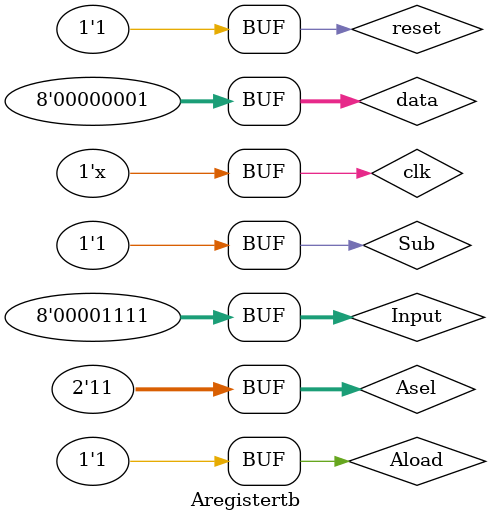
<source format=v>
module Aregistertb();

reg [7:0]data, Input;
reg [1:0]Asel;
reg clk, reset;
reg Aload, Sub;
wire [7:0] Output;
wire Aeq0, Apos;
wire [7:0] Q_addsub;
wire [7:0] Q_A, D_A;
//integer i;

Aregister Aregistertb( data, Input, Asel, Aload, clk, reset, Sub, Aeq0, Apos, Output, Q_A, Q_addsub, D_A);



initial begin 
clk = 0;
reset = 1;
data = 8'b000000001;
Input = 8'b00000011;



#2 Asel = 2'b01; Aload= 0;
#2 Asel = 2'b01; Aload= 1;
#2 Asel = 2'b01;Aload= 1; Sub = 1;
#2 Asel = 2'b01; Aload= 1; Sub = 0;

#2 Input = 8'b00001111;
#2 Asel = 2'b01; Aload= 1; Sub = 1;
#2 Asel = 2'b01; Aload= 1; Sub = 0;

#2 Asel = 2'b00; Aload= 0;
#2 Asel = 2'b00; Aload= 1; Sub = 1;
#2 Asel = 2'b00; Aload= 1; Sub = 0;


 
#2 Asel = 2'b10; Aload= 0;
#2 Asel = 2'b10; Aload= 1; Sub = 1;
#2 Asel = 2'b10; Aload= 1; Sub = 1;  

#2 Asel = 2'b11; Aload= 0;
#2 Asel = 2'b11; Aload= 1; Sub = 1;
#2 Asel = 2'b11; Aload= 1; Sub = 1;
 end 
 
 initial begin 
   $display ("input:       data:         Asel:        Sub:         D_A:       Q_addsub       q_A      Aload     Apos    Aeq0");
   $monitor ("%d          %d         %b         %b       %d           %d       	%b         %d   %d      %d"
   ,Input, data, Asel, Sub,D_A, Q_addsub,Q_A, Aload,Apos,Aeq0);
end 
 
always 
#1 clk = ~clk;

endmodule 


</source>
